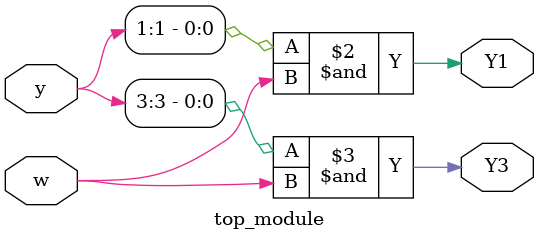
<source format=sv>
module top_module (
	input [5:0] y,
	input w,
	output Y1,
	output Y3
);

reg [5:0] next_state;

always @* begin
	case(y)
		6'b000001: next_state = 6'b000010;
		6'b000010: next_state = 6'b001000;
		6'b000100: next_state = 6'b010000;
		6'b001000: next_state = 6'b100000;
		6'b010000: next_state = 6'b010000;
		6'b100000: next_state = 6'b000100;
	endcase
end

assign Y1 = y[1] & w;
assign Y3 = y[3] & w;

endmodule

</source>
